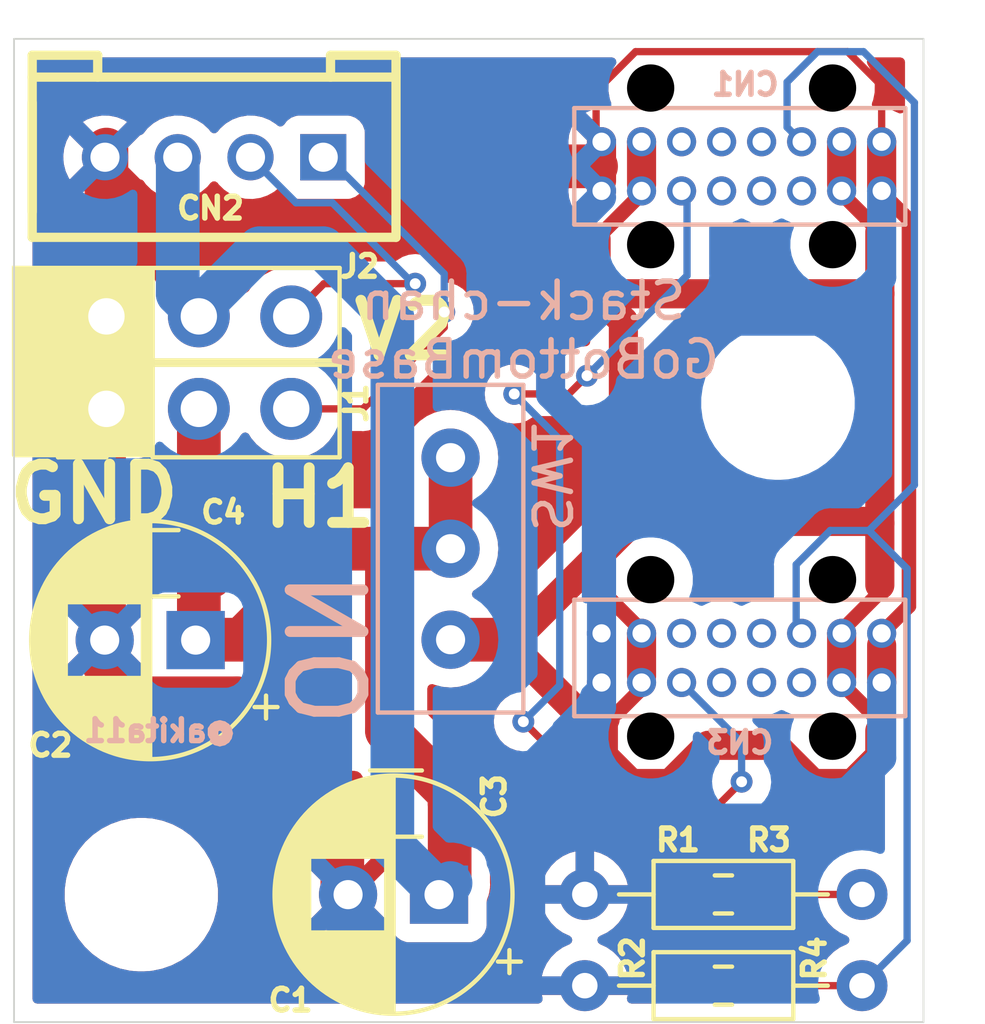
<source format=kicad_pcb>
(kicad_pcb (version 20211014) (generator pcbnew)
  (layers (0 "F.Cu" signal) (31 "B.Cu" signal) (34 "B.Paste" user) (35 "F.Paste" user) (36 "B.SilkS" user "B.Silkscreen") (37 "F.SilkS" user "F.Silkscreen") (38 "B.Mask" user) (39 "F.Mask" user) (44 "Edge.Cuts" user))
  (net 0 "")
  (net 1 "+5V")
  (net 2 "GND")
  (net 3 "/SV1")
  (net 4 "/SV2")
  (net 5 "Net-(CN1-PadA5)")
  (net 9 "Net-(CN1-PadB5)")
  (net 19 "Net-(CN1-PadA4)")
  (footprint "akita:CON_GROVE_V" (layer "F.Cu") (at 5.5 3.25 180)
    (fp_text reference "CN2" (at -0.9 -1.75 180) (layer "F.SilkS") (effects (font (size 0.6 0.6)) (justify right bottom)))
    (fp_text value "CON_GROVE")
    (pad "1" thru_hole rect locked (at -3 0 180) (size 1.27 1.27) (drill 0.8) (layers *.Cu *.Mask) (net 3 "/SV1"))
    (pad "2" thru_hole circle locked (at -1 0 180) (size 1.27 1.27) (drill 0.8) (layers *.Cu *.Mask) (net 4 "/SV2"))
    (pad "3" thru_hole circle locked (at 1 0 180) (size 1.27 1.27) (drill 0.8) (layers *.Cu *.Mask) (net 1 "+5V"))
    (pad "4" thru_hole circle locked (at 3 0 180) (size 1.27 1.27) (drill 0.8) (layers *.Cu *.Mask) (net 2 "GND"))
  )
  (footprint "Capacitor_SMD:C_1206_3216Metric" (layer "F.Cu") (at 10.5 21 180)
    (fp_text reference "C3" (at -2.7 0.2 90) (layer "F.SilkS") (effects (font (size 0.6 0.6))))
    (fp_text value "100u")
    (pad "1" smd roundrect locked (at -1.475 0 180) (size 1.15 1.8) (layers "F.Cu" "F.Paste" "F.Mask") (roundrect_rratio 0.2173913043) (net 1 "+5V"))
    (pad "2" smd roundrect locked (at 1.475 0 180) (size 1.15 1.8) (layers "F.Cu" "F.Paste" "F.Mask") (roundrect_rratio 0.2173913043) (net 2 "GND"))
  )
  (footprint "Connector_PinHeader_2.54mm:PinHeader_1x03_P2.54mm_Vertical" (layer "F.Cu") (at 2.54 10.16 90)
    (fp_text reference "J1" (at 0.16 6.86 270) (layer "F.SilkS") (effects (font (size 0.6 0.6))))
    (fp_text value "Conn_01x03")
    (pad "1" thru_hole rect locked (at 0 0 90) (size 1.7 1.7) (drill 1) (layers *.Cu *.Mask) (net 2 "GND"))
    (pad "2" thru_hole oval locked (at 0 2.54 90) (size 1.7 1.7) (drill 1) (layers *.Cu *.Mask) (net 1 "+5V"))
    (pad "3" thru_hole oval locked (at 0 5.08 90) (size 1.7 1.7) (drill 1) (layers *.Cu *.Mask) (net 3 "/SV1"))
  )
  (footprint "Resistor_SMD:R_0603_1608Metric" (layer "F.Cu") (at 19.5 26 180)
    (fp_text reference "R2" (at 2.5 0.75 270) (layer "F.SilkS") (effects (font (size 0.6 0.6))))
    (fp_text value "5.1k")
    (pad "1" smd roundrect locked (at -0.825 0 180) (size 0.8 0.95) (layers "F.Cu" "F.Paste" "F.Mask") (net 5 "Net-(CN1-PadA5)"))
    (pad "2" smd roundrect locked (at 0.825 0 180) (size 0.8 0.95) (layers "F.Cu" "F.Paste" "F.Mask") (net 2 "GND"))
  )
  (footprint "Capacitor_THT:CP_Radial_D6.3mm_P2.50mm" (layer "F.Cu") (at 4.99238 16.51 180)
    (fp_text reference "C2" (at 3.99238 -2.89 180) (layer "F.SilkS") (effects (font (size 0.6 0.6))))
    (fp_text value "100u")
    (pad "1" thru_hole rect locked (at 0 0 180) (size 1.6 1.6) (drill 0.8) (layers *.Cu *.Mask) (net 1 "+5V"))
    (pad "2" thru_hole circle locked (at 2.5 0 180) (size 1.6 1.6) (drill 0.8) (layers *.Cu *.Mask) (net 2 "GND"))
  )
  (footprint "MountingHole:MountingHole_3.2mm_M3" (layer "F.Cu") (at 21 10)
    (fp_text reference "REF**" hide)
    (fp_text value "MountingHole_3.2mm_M3" hide)
    (pad "" np_thru_hole circle locked (at 0 0) (size 3.2 3.2) (drill 3.2) (layers *.Cu *.Mask))
  )
  (footprint "Resistor_THT:R_Axial_DIN0204_L3.6mm_D1.6mm_P7.62mm_Horizontal" (layer "F.Cu") (at 23.31 23.495 180)
    (fp_text reference "R3" (at 2.56 1.495) (layer "F.SilkS") (effects (font (size 0.6 0.6))))
    (fp_text value "5.1k")
    (pad "1" thru_hole circle locked (at 0 0 180) (size 1.4 1.4) (drill 0.7) (layers *.Cu *.Mask) (net 9 "Net-(CN1-PadB5)"))
    (pad "2" thru_hole oval locked (at 7.62 0 180) (size 1.4 1.4) (drill 0.7) (layers *.Cu *.Mask) (net 2 "GND"))
  )
  (footprint "MountingHole:MountingHole_3.2mm_M3" (layer "F.Cu") (at 3.5 23.5)
    (fp_text reference "REF**" hide)
    (fp_text value "MountingHole_3.2mm_M3" hide)
    (pad "" np_thru_hole circle locked (at 0 0) (size 3.2 3.2) (drill 3.2) (layers *.Cu *.Mask))
  )
  (footprint "Resistor_THT:R_Axial_DIN0204_L3.6mm_D1.6mm_P7.62mm_Horizontal" (layer "F.Cu") (at 23.31 26 180)
    (fp_text reference "R4" (at 1.31 0.75 90) (layer "F.SilkS") (effects (font (size 0.6 0.6))))
    (fp_text value "5.1k")
    (pad "1" thru_hole circle locked (at 0 0 180) (size 1.4 1.4) (drill 0.7) (layers *.Cu *.Mask) (net 5 "Net-(CN1-PadA5)"))
    (pad "2" thru_hole oval locked (at 7.62 0 180) (size 1.4 1.4) (drill 0.7) (layers *.Cu *.Mask) (net 2 "GND"))
  )
  (footprint "Capacitor_SMD:C_1206_3216Metric" (layer "F.Cu") (at 3.81 14.4 180)
    (fp_text reference "C4" (at -1.94 1.4 180) (layer "F.SilkS") (effects (font (size 0.6 0.6))))
    (fp_text value "100u")
    (pad "1" smd roundrect locked (at -1.475 0 180) (size 1.15 1.8) (layers "F.Cu" "F.Paste" "F.Mask") (roundrect_rratio 0.2173913043) (net 1 "+5V"))
    (pad "2" smd roundrect locked (at 1.475 0 180) (size 1.15 1.8) (layers "F.Cu" "F.Paste" "F.Mask") (roundrect_rratio 0.2173913043) (net 2 "GND"))
  )
  (footprint "Capacitor_THT:CP_Radial_D6.3mm_P2.50mm" (layer "F.Cu") (at 11.68238 23.5 180)
    (fp_text reference "C1" (at 4.08238 -2.9) (layer "F.SilkS") (effects (font (size 0.6 0.6))))
    (fp_text value "100u")
    (pad "1" thru_hole rect locked (at 0 0 180) (size 1.6 1.6) (drill 0.8) (layers *.Cu *.Mask) (net 1 "+5V"))
    (pad "2" thru_hole circle locked (at 2.5 0 180) (size 1.6 1.6) (drill 0.8) (layers *.Cu *.Mask) (net 2 "GND"))
  )
  (footprint "Resistor_SMD:R_0603_1608Metric" (layer "F.Cu") (at 19.5 23.495 180)
    (fp_text reference "R1" (at 1.25 1.495 180) (layer "F.SilkS") (effects (font (size 0.6 0.6))))
    (fp_text value "5.1k")
    (pad "1" smd roundrect locked (at -0.825 0 180) (size 0.8 0.95) (layers "F.Cu" "F.Paste" "F.Mask") (net 9 "Net-(CN1-PadB5)"))
    (pad "2" smd roundrect locked (at 0.825 0 180) (size 0.8 0.95) (layers "F.Cu" "F.Paste" "F.Mask") (net 2 "GND"))
  )
  (footprint "Connector_PinHeader_2.54mm:PinHeader_1x03_P2.54mm_Vertical" (layer "F.Cu") (at 2.54 7.62 90)
    (fp_text reference "J2" (at 1.37 6.96 180) (layer "F.SilkS") (effects (font (size 0.6 0.6))))
    (fp_text value "Conn_01x03")
    (pad "1" thru_hole rect locked (at 0 0 90) (size 1.7 1.7) (drill 1) (layers *.Cu *.Mask) (net 2 "GND"))
    (pad "2" thru_hole oval locked (at 0 2.54 90) (size 1.7 1.7) (drill 1) (layers *.Cu *.Mask) (net 1 "+5V"))
    (pad "3" thru_hole oval locked (at 0 5.08 90) (size 1.7 1.7) (drill 1) (layers *.Cu *.Mask) (net 4 "/SV2"))
  )
  (footprint "akita:SW_SPDT_9x4mm_W2.5mm" (layer "B.Cu") (at 12 14 90)
    (fp_text reference "SW1" (at 2 2.75 270 unlocked) (layer "B.SilkS") (effects (justify mirror)))
    (fp_text value "SW_SPDT")
    (pad "1" thru_hole circle (at -2.5 0 90) (size 1.6 1.6) (drill 0.8) (layers *.Cu *.Mask) (net 19 "Net-(CN1-PadA4)"))
    (pad "2" thru_hole circle (at 0 0 90) (size 1.6 1.6) (drill 0.8) (layers *.Cu *.Mask) (net 1 "+5V"))
    (pad "3" thru_hole circle (at 2.5 0 90) (size 1.6 1.6) (drill 0.8) (layers *.Cu *.Mask) (net 1 "+5V"))
  )
  (footprint "akita:USB-C_16p_V_TH" (layer "B.Cu") (at 20 3.5 180)
    (fp_text reference "CN1" (at -0.1 2.25 unlocked) (layer "B.SilkS") (effects (font (size 0.6 0.6)) (justify mirror)))
    (fp_text value "CON_USB-C-16p")
    (pad "" np_thru_hole circle (at -2.5 -2.15 180) (size 1.3 1.3) (drill 1.3) (layers *.Mask))
    (pad "" np_thru_hole circle (at 2.5 -2.15 180) (size 1.3 1.3) (drill 1.3) (layers *.Mask))
    (pad "" np_thru_hole circle (at -2.5 2.15 180) (size 1.3 1.3) (drill 1.3) (layers *.Mask))
    (pad "" np_thru_hole circle (at 2.5 2.15 180) (size 1.3 1.3) (drill 1.3) (layers *.Mask))
    (pad "A1" thru_hole circle (at -3.85 0.675 180) (size 0.8 0.8) (drill 0.5) (layers *.Cu *.Mask) (net 2 "GND"))
    (pad "A4" thru_hole circle (at -2.75 0.675 180) (size 0.8 0.8) (drill 0.5) (layers *.Cu *.Mask) (net 19 "Net-(CN1-PadA4)"))
    (pad "A5" thru_hole circle (at -1.65 0.675 180) (size 0.8 0.8) (drill 0.5) (layers *.Cu *.Mask) (net 5 "Net-(CN1-PadA5)"))
    (pad "A6" thru_hole circle (at -0.55 0.675 180) (size 0.8 0.8) (drill 0.5) (layers *.Cu *.Mask))
    (pad "A7" thru_hole circle (at 0.55 0.675 180) (size 0.8 0.8) (drill 0.5) (layers *.Cu *.Mask))
    (pad "A8" thru_hole circle (at 1.65 0.675 180) (size 0.8 0.8) (drill 0.5) (layers *.Cu *.Mask))
    (pad "A9" thru_hole circle (at 2.75 0.675 180) (size 0.8 0.8) (drill 0.5) (layers *.Cu *.Mask) (net 19 "Net-(CN1-PadA4)"))
    (pad "A12" thru_hole circle (at 3.85 0.675 180) (size 0.8 0.8) (drill 0.5) (layers *.Cu *.Mask) (net 2 "GND"))
    (pad "B1" thru_hole circle (at 3.85 -0.675 180) (size 0.8 0.8) (drill 0.5) (layers *.Cu *.Mask) (net 2 "GND"))
    (pad "B4" thru_hole circle (at 2.75 -0.675 180) (size 0.8 0.8) (drill 0.5) (layers *.Cu *.Mask) (net 19 "Net-(CN1-PadA4)"))
    (pad "B5" thru_hole circle (at 1.65 -0.675 180) (size 0.8 0.8) (drill 0.5) (layers *.Cu *.Mask) (net 9 "Net-(CN1-PadB5)"))
    (pad "B6" thru_hole circle (at 0.55 -0.675 180) (size 0.8 0.8) (drill 0.5) (layers *.Cu *.Mask))
    (pad "B7" thru_hole circle (at -0.55 -0.675 180) (size 0.8 0.8) (drill 0.5) (layers *.Cu *.Mask))
    (pad "B8" thru_hole circle (at -1.65 -0.675 180) (size 0.8 0.8) (drill 0.5) (layers *.Cu *.Mask))
    (pad "B9" thru_hole circle (at -2.75 -0.675 180) (size 0.8 0.8) (drill 0.5) (layers *.Cu *.Mask) (net 19 "Net-(CN1-PadA4)"))
    (pad "B12" thru_hole circle (at -3.85 -0.675 180) (size 0.8 0.8) (drill 0.5) (layers *.Cu *.Mask) (net 2 "GND"))
  )
  (footprint "akita:USB-C_16p_V_TH" (layer "B.Cu") (at 20 17 180)
    (fp_text reference "CN3" (at 0.05 -2.325 unlocked) (layer "B.SilkS") (effects (font (size 0.6 0.6)) (justify mirror)))
    (fp_text value "CON_USB-C-16p")
    (pad "" np_thru_hole circle (at -2.5 -2.15 180) (size 1.3 1.3) (drill 1.3) (layers *.Mask))
    (pad "" np_thru_hole circle (at 2.5 2.15 180) (size 1.3 1.3) (drill 1.3) (layers *.Mask))
    (pad "" np_thru_hole circle (at 2.5 -2.15 180) (size 1.3 1.3) (drill 1.3) (layers *.Mask))
    (pad "" np_thru_hole circle (at -2.5 2.15 180) (size 1.3 1.3) (drill 1.3) (layers *.Mask))
    (pad "A1" thru_hole circle (at -3.85 0.675 180) (size 0.8 0.8) (drill 0.5) (layers *.Cu *.Mask) (net 2 "GND"))
    (pad "A4" thru_hole circle (at -2.75 0.675 180) (size 0.8 0.8) (drill 0.5) (layers *.Cu *.Mask) (net 19 "Net-(CN1-PadA4)"))
    (pad "A5" thru_hole circle (at -1.65 0.675 180) (size 0.8 0.8) (drill 0.5) (layers *.Cu *.Mask) (net 5 "Net-(CN1-PadA5)"))
    (pad "A6" thru_hole circle (at -0.55 0.675 180) (size 0.8 0.8) (drill 0.5) (layers *.Cu *.Mask))
    (pad "A7" thru_hole circle (at 0.55 0.675 180) (size 0.8 0.8) (drill 0.5) (layers *.Cu *.Mask))
    (pad "A8" thru_hole circle (at 1.65 0.675 180) (size 0.8 0.8) (drill 0.5) (layers *.Cu *.Mask))
    (pad "A9" thru_hole circle (at 2.75 0.675 180) (size 0.8 0.8) (drill 0.5) (layers *.Cu *.Mask) (net 19 "Net-(CN1-PadA4)"))
    (pad "A12" thru_hole circle (at 3.85 0.675 180) (size 0.8 0.8) (drill 0.5) (layers *.Cu *.Mask) (net 2 "GND"))
    (pad "B1" thru_hole circle (at 3.85 -0.675 180) (size 0.8 0.8) (drill 0.5) (layers *.Cu *.Mask) (net 2 "GND"))
    (pad "B4" thru_hole circle (at 2.75 -0.675 180) (size 0.8 0.8) (drill 0.5) (layers *.Cu *.Mask) (net 19 "Net-(CN1-PadA4)"))
    (pad "B5" thru_hole circle (at 1.65 -0.675 180) (size 0.8 0.8) (drill 0.5) (layers *.Cu *.Mask) (net 9 "Net-(CN1-PadB5)"))
    (pad "B6" thru_hole circle (at 0.55 -0.675 180) (size 0.8 0.8) (drill 0.5) (layers *.Cu *.Mask))
    (pad "B7" thru_hole circle (at -0.55 -0.675 180) (size 0.8 0.8) (drill 0.5) (layers *.Cu *.Mask))
    (pad "B8" thru_hole circle (at -1.65 -0.675 180) (size 0.8 0.8) (drill 0.5) (layers *.Cu *.Mask))
    (pad "B9" thru_hole circle (at -2.75 -0.675 180) (size 0.8 0.8) (drill 0.5) (layers *.Cu *.Mask) (net 19 "Net-(CN1-PadA4)"))
    (pad "B12" thru_hole circle (at -3.85 -0.675 180) (size 0.8 0.8) (drill 0.5) (layers *.Cu *.Mask) (net 2 "GND"))
  )
  (gr_rect (start 3.81 6.29) (end 0 11.43) (layer "F.SilkS") (width 0.12) (fill solid))
  (gr_line (start 0 27) (end 25 27) (layer "Edge.Cuts") (width 0.05))
  (gr_line (start 0 0) (end 0 27) (layer "Edge.Cuts") (width 0.05))
  (gr_line (start 25 27) (end 25 0) (layer "Edge.Cuts") (width 0.05))
  (gr_line (start 0 0) (end 25 0) (layer "Edge.Cuts") (width 0.05))
  (gr_text "Stack-chan\nGoBottomBase" (at 14 8) (layer "B.SilkS") (effects (font (size 1 1)) (justify mirror)))
  (gr_text "@akita11" (at 4 19) (layer "B.SilkS") (effects (font (size 0.6 0.6)) (justify mirror)))
  (gr_text "ON" (at 8.5 16.75 -90) (layer "B.SilkS") (effects (font (size 2 2) (thickness 0.3)) (justify mirror)))
  (gr_text "V2\n" (at 10.75 8) (layer "F.SilkS") (effects (font (size 1.5 1.5) (thickness 0.3))))
  (gr_text "H1" (at 8.4 12.6) (layer "F.SilkS") (effects (font (size 1.5 1.5) (thickness 0.3))))
  (gr_text "GND" (at 2.2 12.5) (layer "F.SilkS") (effects (font (size 1.5 1.5) (thickness 0.3))))
  (segment (start 11.975 23.20738) (end 11.68238 23.5) (width 1.2) (layer "F.Cu") (net 1))
  (segment (start 11.68238 21.29262) (end 11.68238 23.5) (width 0.4) (layer "F.Cu") (net 1))
  (segment (start 10.25 19) (end 10.25 14) (width 1.2) (layer "F.Cu") (net 1))
  (segment (start 12 14) (end 8.75 14) (width 1.2) (layer "F.Cu") (net 1))
  (segment (start 11.975 21) (end 11.975 23.20738) (width 1.2) (layer "F.Cu") (net 1))
  (segment (start 6.25 16.5) (end 5.25 16.5) (width 1.2) (layer "F.Cu") (net 1))
  (segment (start 11.975 21) (end 11.975 20.725) (width 1.2) (layer "F.Cu") (net 1))
  (segment (start 11.975 21) (end 11.975 20.475) (width 1.2) (layer "F.Cu") (net 1))
  (segment (start 5.08 10.16) (end 5.08 16.42) (width 1.2) (layer "F.Cu") (net 1))
  (segment (start 8.75 14) (end 6.25 16.5) (width 1.2) (layer "F.Cu") (net 1))
  (segment (start 11.975 21) (end 11.68238 21.29262) (width 0.4) (layer "F.Cu") (net 1))
  (segment (start 5.08 16.42) (end 5 16.5) (width 1.2) (layer "F.Cu") (net 1))
  (segment (start 11.975 20.725) (end 10.25 19) (width 1.2) (layer "F.Cu") (net 1))
  (segment (start 12 11.5) (end 12 14) (width 1.2) (layer "F.Cu") (net 1))
  (segment (start 10.400489 7.650489) (end 8.5 5.75) (width 1.2) (layer "B.Cu") (net 1))
  (segment (start 11.68238 23.5) (end 12 23.18238) (width 1.2) (layer "B.Cu") (net 1))
  (segment (start 6.75 5.75) (end 5 7.5) (width 1.2) (layer "B.Cu") (net 1))
  (segment (start 5 7.5) (end 4.5 7) (width 1.2) (layer "B.Cu") (net 1))
  (segment (start 8.5 5.75) (end 6.75 5.75) (width 1.2) (layer "B.Cu") (net 1))
  (segment (start 10.400489 22.150489) (end 10.400489 7.650489) (width 1.2) (layer "B.Cu") (net 1))
  (segment (start 11.93238 23.25) (end 11.68238 23.5) (width 0.4) (layer "B.Cu") (net 1))
  (segment (start 4.5 7) (end 4.5 3.25) (width 1.2) (layer "B.Cu") (net 1))
  (segment (start 11.75 23.5) (end 10.400489 22.150489) (width 1.2) (layer "B.Cu") (net 1))
  (segment (start 11.68238 23.31762) (end 11.68238 23.5) (width 0.4) (layer "B.Cu") (net 1))
  (segment (start 23.85 1.286463) (end 22.914016 0.350479) (width 0.2) (layer "F.Cu") (net 2))
  (segment (start 16 1.436463) (end 16 2.75) (width 0.2) (layer "F.Cu") (net 2))
  (segment (start 6.134511 18.109511) (end 9.025 21) (width 1.2) (layer "F.Cu") (net 2))
  (segment (start 9.025 23.34262) (end 9.18238 23.5) (width 1.2) (layer "F.Cu") (net 2))
  (segment (start 3.392869 18.109511) (end 6.134511 18.109511) (width 1.2) (layer "F.Cu") (net 2))
  (segment (start 12 3.5) (end 16 3.5) (width 1.2) (layer "F.Cu") (net 2))
  (segment (start 23.85 16.325) (end 24.6 15.575) (width 0.4) (layer "F.Cu") (net 2))
  (segment (start 10.04 5.46) (end 12 3.5) (width 1.2) (layer "F.Cu") (net 2))
  (segment (start 9.025 20.975) (end 9.025 21) (width 1.2) (layer "F.Cu") (net 2))
  (segment (start 23.9 4.269308) (end 23.9 4.2) (width 0.4) (layer "F.Cu") (net 2))
  (segment (start 18.675 26) (end 16 26) (width 0.2) (layer "F.Cu") (net 2))
  (segment (start 2.54 5.46) (end 2.54 3.04) (width 1.2) (layer "F.Cu") (net 2))
  (segment (start 2.54 5.46) (end 10.04 5.46) (width 1.2) (layer "F.Cu") (net 2))
  (segment (start 24.6 4.969308) (end 23.9 4.269308) (width 0.4) (layer "F.Cu") (net 2))
  (segment (start 23.85 2.825) (end 23.85 4.1) (width 0.8) (layer "F.Cu") (net 2))
  (segment (start 18.675 23.495) (end 16.005 23.495) (width 0.2) (layer "F.Cu") (net 2))
  (segment (start 23.85 2.825) (end 23.85 1.286463) (width 0.2) (layer "F.Cu") (net 2))
  (segment (start 23.85 17.675) (end 23.85 16.65) (width 0.8) (layer "F.Cu") (net 2))
  (segment (start 9.025 21) (end 9.025 23.34262) (width 1.2) (layer "F.Cu") (net 2))
  (segment (start 17.085984 0.350479) (end 16 1.436463) (width 0.2) (layer "F.Cu") (net 2))
  (segment (start 24.6 15.575) (end 24.6 4.969308) (width 0.4) (layer "F.Cu") (net 2))
  (segment (start 16.15 2.825) (end 16.15 3.9) (width 0.8) (layer "F.Cu") (net 2))
  (segment (start 22.914016 0.350479) (end 17.085984 0.350479) (width 0.2) (layer "F.Cu") (net 2))
  (segment (start 2.54 7.62) (end 2.54 5.46) (width 1.2) (layer "F.Cu") (net 2))
  (segment (start 2.475 7.75) (end 2.475 17.191642) (width 1.2) (layer "F.Cu") (net 2))
  (segment (start 2.475 17.191642) (end 3.392869 18.109511) (width 1.2) (layer "F.Cu") (net 2))
  (segment (start 16.15 16.325) (end 16.15 18.35) (width 0.8) (layer "B.Cu") (net 2))
  (segment (start 16.19 23.495) (end 14.245 23.495) (width 0.2) (layer "B.Cu") (net 2))
  (segment (start 22.649521 7.750479) (end 19.449521 7.750479) (width 0.8) (layer "B.Cu") (net 2))
  (segment (start 23.85 6.55) (end 22.649521 7.750479) (width 0.8) (layer "B.Cu") (net 2))
  (segment (start 14 20.5) (end 14 23.25) (width 1.2) (layer "B.Cu") (net 2))
  (segment (start 16.15 11.16073) (end 14.75 9.76073) (width 0.8) (layer "B.Cu") (net 2))
  (segment (start 15.75 18.75) (end 15.15 19.35) (width 1.2) (layer "B.Cu") (net 2))
  (segment (start 14.75 9.76073) (end 14.75 5.75) (width 0.8) (layer "B.Cu") (net 2))
  (segment (start 16.15 16.325) (end 16.15 11.16073) (width 0.8) (layer "B.Cu") (net 2))
  (segment (start 23.85 17.675) (end 23.85 19.75) (width 0.8) (layer "B.Cu") (net 2))
  (segment (start 14 25.5) (end 14 25) (width 0.2) (layer "B.Cu") (net 2))
  (segment (start 13.5 25.5) (end 10 25.5) (width 1.2) (layer "B.Cu") (net 2))
  (segment (start 14.75 5.75) (end 16.15 4.35) (width 0.8) (layer "B.Cu") (net 2))
  (segment (start 9.18238 23.5) (end 9.18238 24.68238) (width 1.2) (layer "B.Cu") (net 2))
  (segment (start 17.2 21.4) (end 15.15 19.35) (width 0.8) (layer "B.Cu") (net 2))
  (segment (start 14 25) (end 13.5 25.5) (width 1.2) (layer "B.Cu") (net 2))
  (segment (start 14.245 23.495) (end 14 23.25) (width 0.2) (layer "B.Cu") (net 2))
  (segment (start 23.85 19.75) (end 22.2 21.4) (width 0.8) (layer "B.Cu") (net 2))
  (segment (start 14 23.25) (end 14 25) (width 1.2) (layer "B.Cu") (net 2))
  (segment (start 15.69 26) (end 14.5 26) (width 0.2) (layer "B.Cu") (net 2))
  (segment (start 16.15 11.05) (end 16.15 11.16073) (width 0.8) (layer "B.Cu") (net 2))
  (segment (start 23.85 4.175) (end 23.85 6.55) (width 0.8) (layer "B.Cu") (net 2))
  (segment (start 23.85 4.15) (end 24 4) (width 0.2) (layer "B.Cu") (net 2))
  (segment (start 16.15 18.35) (end 15.75 18.75) (width 0.8) (layer "B.Cu") (net 2))
  (segment (start 9.18238 24.68238) (end 10 25.5) (width 1.2) (layer "B.Cu") (net 2))
  (segment (start 14.5 26) (end 14 25.5) (width 0.2) (layer "B.Cu") (net 2))
  (segment (start 19.449521 7.750479) (end 16.15 11.05) (width 0.8) (layer "B.Cu") (net 2))
  (segment (start 15.15 19.35) (end 14 20.5) (width 1.2) (layer "B.Cu") (net 2))
  (segment (start 22.2 21.4) (end 17.2 21.4) (width 0.8) (layer "B.Cu") (net 2))
  (segment (start 9.59 10.16) (end 7.62 10.16) (width 0.2) (layer "F.Cu") (net 3))
  (segment (start 11.82639 7.92361) (end 9.59 10.16) (width 0.2) (layer "F.Cu") (net 3))
  (segment (start 11.82639 7.5) (end 11.82639 7.92361) (width 0.2) (layer "F.Cu") (net 3))
  (via (at 11.82639 7.5) (size 0.6) (drill 0.3) (layers "F.Cu" "B.Cu") (net 3))
  (segment (start 8.625 3.25) (end 8.5 3.25) (width 0.2) (layer "B.Cu") (net 3))
  (segment (start 11.82639 6.45139) (end 8.625 3.25) (width 0.2) (layer "B.Cu") (net 3))
  (segment (start 11.82639 7.5) (end 11.82639 6.45139) (width 0.2) (layer "B.Cu") (net 3))
  (segment (start 11.027464 6.722536) (end 8.517464 6.722536) (width 0.2) (layer "F.Cu") (net 4))
  (segment (start 8.517464 6.722536) (end 7.62 7.62) (width 0.2) (layer "F.Cu") (net 4))
  (via (at 11.027464 6.722536) (size 0.6) (drill 0.3) (layers "F.Cu" "B.Cu") (net 4))
  (segment (start 7.75 4.5) (end 6.5 3.25) (width 0.2) (layer "B.Cu") (net 4))
  (segment (start 10.972536 6.722536) (end 8.75 4.5) (width 0.2) (layer "B.Cu") (net 4))
  (segment (start 8.75 4.5) (end 7.75 4.5) (width 0.2) (layer "B.Cu") (net 4))
  (segment (start 11.027464 6.722536) (end 10.972536 6.722536) (width 0.2) (layer "B.Cu") (net 4))
  (segment (start 20.325 26) (end 23 26) (width 0.2) (layer "F.Cu") (net 5))
  (segment (start 23.31 26) (end 24.549511 24.760489) (width 0.2) (layer "B.Cu") (net 5))
  (segment (start 21.5 14.436463) (end 21.5 16.25) (width 0.2) (layer "B.Cu") (net 5))
  (segment (start 24.549511 24.760489) (end 24.549511 14.549511) (width 0.2) (layer "B.Cu") (net 5))
  (segment (start 21.25 2.425) (end 21.25 1.186463) (width 0.2) (layer "B.Cu") (net 5))
  (segment (start 23.5 13.5) (end 22.436463 13.5) (width 0.2) (layer "B.Cu") (net 5))
  (segment (start 21.25 1.186463) (end 22.085984 0.350479) (width 0.2) (layer "B.Cu") (net 5))
  (segment (start 24.75 1.75) (end 24.75 12.25) (width 0.2) (layer "B.Cu") (net 5))
  (segment (start 24.75 12.25) (end 23.5 13.5) (width 0.2) (layer "B.Cu") (net 5))
  (segment (start 21.65 2.825) (end 21.25 2.425) (width 0.2) (layer "B.Cu") (net 5))
  (segment (start 22.085984 0.350479) (end 23.350479 0.350479) (width 0.2) (layer "B.Cu") (net 5))
  (segment (start 24.549511 14.549511) (end 23.5 13.5) (width 0.2) (layer "B.Cu") (net 5))
  (segment (start 22.436463 13.5) (end 21.5 14.436463) (width 0.2) (layer "B.Cu") (net 5))
  (segment (start 23.350479 0.350479) (end 24.75 1.75) (width 0.2) (layer "B.Cu") (net 5))
  (segment (start 15.25 9.75) (end 15.75 9.25) (width 0.2) (layer "F.Cu") (net 9))
  (segment (start 17.979041 21.149041) (end 18.615 21.785) (width 0.2) (layer "F.Cu") (net 9))
  (segment (start 20.325 23.495) (end 23.495 23.495) (width 0.2) (layer "F.Cu") (net 9))
  (segment (start 14 18.75) (end 16.399041 21.149041) (width 0.2) (layer "F.Cu") (net 9))
  (segment (start 16.399041 21.149041) (end 17.979041 21.149041) (width 0.2) (layer "F.Cu") (net 9))
  (segment (start 18.615 21.785) (end 20.325 23.495) (width 0.2) (layer "F.Cu") (net 9))
  (segment (start 13.75 9.75) (end 15.25 9.75) (width 0.2) (layer "F.Cu") (net 9))
  (segment (start 20 20.4) (end 18.615 21.785) (width 0.2) (layer "F.Cu") (net 9))
  (via (at 15.75 9.25) (size 0.6) (drill 0.3) (layers "F.Cu" "B.Cu") (net 9))
  (via (at 13.75 9.75) (size 0.6) (drill 0.3) (layers "F.Cu" "B.Cu") (net 9))
  (via (at 20 20.4) (size 0.6) (drill 0.3) (layers "F.Cu" "B.Cu") (net 9))
  (via (at 14 18.75) (size 0.6) (drill 0.3) (layers "F.Cu" "B.Cu") (net 9))
  (segment (start 18.35 17.675) (end 20 19.325) (width 0.2) (layer "B.Cu") (net 9))
  (segment (start 18.35 4.175) (end 18.5 4.325) (width 0.2) (layer "B.Cu") (net 9))
  (segment (start 13.75 9.75) (end 15 11) (width 0.2) (layer "B.Cu") (net 9))
  (segment (start 18.5 6.5) (end 15.75 9.25) (width 0.2) (layer "B.Cu") (net 9))
  (segment (start 15 11) (end 15 17.75) (width 0.2) (layer "B.Cu") (net 9))
  (segment (start 15 17.75) (end 14 18.75) (width 0.2) (layer "B.Cu") (net 9))
  (segment (start 20 19.325) (end 20 20.4) (width 0.2) (layer "B.Cu") (net 9))
  (segment (start 18.5 4.325) (end 18.5 6.5) (width 0.2) (layer "B.Cu") (net 9))
  (segment (start 16.96172 20.449521) (end 18.03828 20.449521) (width 0.8) (layer "F.Cu") (net 19))
  (segment (start 23.8 7) (end 16 7) (width 0.8) (layer "F.Cu") (net 19))
  (segment (start 21.96172 20.449521) (end 23.050479 20.449521) (width 0.8) (layer "F.Cu") (net 19))
  (segment (start 20.912199 19.4) (end 21.96172 20.449521) (width 0.8) (layer "F.Cu") (net 19))
  (segment (start 23.9 15.1) (end 22.75 16.25) (width 0.4) (layer "F.Cu") (net 19))
  (segment (start 16.200479 18.674511) (end 16.200479 19.68828) (width 0.8) (layer "F.Cu") (net 19))
  (segment (start 16.75 13.25) (end 23.75 13.25) (width 0.8) (layer "F.Cu") (net 19))
  (segment (start 17.25 17.675) (end 17.25 17.845041) (width 0.4) (layer "F.Cu") (net 19))
  (segment (start 22.75 17.70568) (end 23.799521 18.755201) (width 0.4) (layer "F.Cu") (net 19))
  (segment (start 23.8 5.3) (end 23.8 7) (width 0.8) (layer "F.Cu") (net 19))
  (segment (start 15.674511 18.674511) (end 16.25 18.674511) (width 0.8) (layer "F.Cu") (net 19))
  (segment (start 12 16.5) (end 13.65 16.5) (width 1.2) (layer "F.Cu") (net 19))
  (segment (start 15.674511 18.674511) (end 16.200479 18.674511) (width 0.8) (layer "F.Cu") (net 19))
  (segment (start 16.200479 19.68828) (end 16.96172 20.449521) (width 0.8) (layer "F.Cu") (net 19))
  (segment (start 16 5.5) (end 16 7) (width 0.8) (layer "F.Cu") (net 19))
  (segment (start 17.25 2.825) (end 17.25 4) (width 0.8) (layer "F.Cu") (net 19))
  (segment (start 13.65 16.65) (end 15.674511 18.674511) (width 0.8) (layer "F.Cu") (net 19))
  (segment (start 18.03828 20.449521) (end 19.087801 19.4) (width 0.8) (layer "F.Cu") (net 19))
  (segment (start 17.25 4.25) (end 16 5.5) (width 0.4) (layer "F.Cu") (net 19))
  (segment (start 16 7) (end 16.75 7.75) (width 0.8) (layer "F.Cu") (net 19))
  (segment (start 23.799521 18.755201) (end 23.799521 19) (width 0.4) (layer "F.Cu") (net 19))
  (segment (start 16.595041 18.5) (end 16.45568 18.5) (width 0.4) (layer "F.Cu") (net 19))
  (segment (start 22.75 16.325) (end 22.75 17.5) (width 0.8) (layer "F.Cu") (net 19))
  (segment (start 23.8 7) (end 23.8 13.3) (width 0.8) (layer "F.Cu") (net 19))
  (segment (start 13.65 16.5) (end 13.65 16.65) (width 0.8) (layer "F.Cu") (net 19))
  (segment (start 23.799521 19.700479) (end 23.799521 19) (width 0.8) (layer "F.Cu") (net 19))
  (segment (start 22.75 2.825) (end 22.75 4) (width 0.8) (layer "F.Cu") (net 19))
  (segment (start 17.25 4.175) (end 17.25 4.25) (width 0.4) (layer "F.Cu") (net 19))
  (segment (start 23.8 13.3) (end 23.8 15) (width 0.8) (layer "F.Cu") (net 19))
  (segment (start 17 13.25) (end 13.75 16.5) (width 0.8) (layer "F.Cu") (net 19))
  (segment (start 23.050479 20.449521) (end 23.799521 19.700479) (width 0.8) (layer "F.Cu") (net 19))
  (segment (start 22.75 4.25) (end 22.75 4.175) (width 0.4) (layer "F.Cu") (net 19))
  (segment (start 17.25 16.325) (end 17.25 17.5) (width 0.8) (layer "F.Cu") (net 19))
  (segment (start 15.75 14.75) (end 17.25 16.25) (width 0.4) (layer "F.Cu") (net 19))
  (segment (start 19.087801 19.4) (end 20.912199 19.4) (width 0.8) (layer "F.Cu") (net 19))
  (segment (start 23.8 5.3) (end 22.75 4.25) (width 0.4) (layer "F.Cu") (net 19))
  (segment (start 16.75 7.75) (end 16.75 13.25) (width 0.8) (layer "F.Cu") (net 19))
  (segment (start 22.75 17.675) (end 22.75 17.70568) (width 0.4) (layer "F.Cu") (net 19))
  (segment (start 17.25 17.845041) (end 16.595041 18.5) (width 0.4) (layer "F.Cu") (net 19))
  (zone (net 2) (net_name "GND") (layers F&B.Cu) (connect_pads (clearance 0.508)) (min_thickness 0.254) (fill yes (thermal_gap 0.508) (thermal_bridge_width 0.508))
    (polygon (pts (xy 25 27) (xy 0 27) (xy 0 0) (xy 25 0)))
  )
)
</source>
